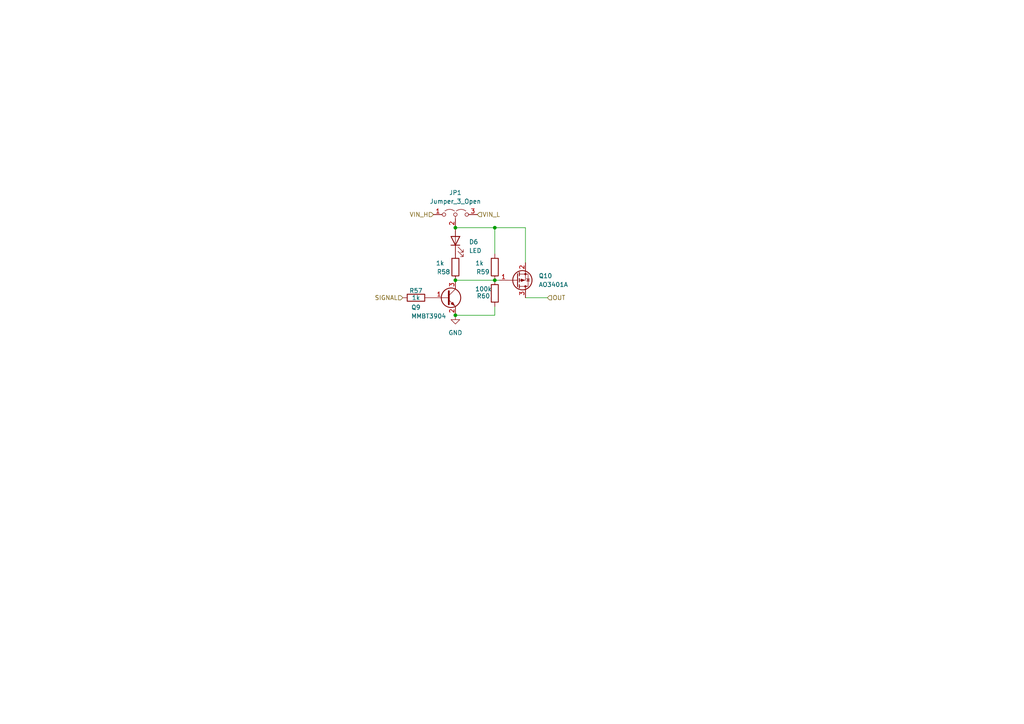
<source format=kicad_sch>
(kicad_sch (version 20250114) (generator "eeschema") (generator_version "9.0")
  (paper "A4")
  (lib_symbols
    (symbol "Device:LED" (pin_numbers (hide yes)) (pin_names (offset 1.016) (hide yes))
      (property "Reference" "D" (at 0 2.54 0))
      (property "Value" "LED" (at 0 -2.54 0))
      (symbol "LED_0_1"
        (polyline (pts (xy -3.048 -0.762) (xy -4.572 -2.286) (xy -3.81 -2.286) (xy -4.572 -2.286) (xy -4.572 -1.524)))
        (polyline (pts (xy -1.778 -0.762) (xy -3.302 -2.286) (xy -2.54 -2.286) (xy -3.302 -2.286) (xy -3.302 -1.524)))
        (polyline (pts (xy -1.27 0) (xy 1.27 0)))
        (polyline (pts (xy -1.27 -1.27) (xy -1.27 1.27)) (stroke (width 0.254)))
        (polyline (pts (xy 1.27 -1.27) (xy 1.27 1.27) (xy -1.27 0) (xy 1.27 -1.27)) (stroke (width 0.254)))
      )
      (symbol "LED_1_1"
        (pin passive line (at -3.81 0 0) (length 2.54) (name "K") (number "1"))
        (pin passive line (at 3.81 0 180) (length 2.54) (name "A") (number "2"))
      )
    )
    (symbol "Device:R" (pin_numbers (hide yes)) (pin_names (offset 0))
      (property "Reference" "R" (at 2.032 0 90))
      (property "Value" "R" (at 0 0 90))
      (symbol "R_0_1"
        (rectangle (start -1.016 -2.54) (end 1.016 2.54) (stroke (width 0.254)))
      )
      (symbol "R_1_1"
        (pin passive line (at 0 3.81 270) (length 1.27) (name "~") (number "1"))
        (pin passive line (at 0 -3.81 90) (length 1.27) (name "~") (number "2"))
      )
    )
    (symbol "Jumper:Jumper_3_Open" (pin_names (offset 0) (hide yes)) (exclude_from_sim yes) (in_bom no)
      (property "Reference" "JP" (at -2.54 -2.54 0))
      (property "Value" "Jumper_3_Open" (at 0 2.794 0))
      (symbol "Jumper_3_Open_0_0"
        (circle (center -3.302 0) (radius 0.508))
        (circle (center 0 0) (radius 0.508))
        (circle (center 3.302 0) (radius 0.508))
      )
      (symbol "Jumper_3_Open_0_1"
        (arc (start -3.048 1.016) (mid -1.651 1.4992) (end -0.254 1.016))
        (polyline (pts (xy 0 -0.508) (xy 0 -1.27)))
        (arc (start 0.254 1.016) (mid 1.651 1.4992) (end 3.048 1.016))
      )
      (symbol "Jumper_3_Open_1_1"
        (pin passive line (at -6.35 0 0) (length 2.54) (name "A") (number "1"))
        (pin passive line (at 0 -3.81 90) (length 2.54) (name "C") (number "2"))
        (pin passive line (at 6.35 0 180) (length 2.54) (name "B") (number "3"))
      )
    )
    (symbol "Transistor_BJT:MMBT3904" (pin_names (offset 0) (hide yes))
      (property "Reference" "Q" (at 5.08 1.905 0))
      (property "Value" "MMBT3904" (at 5.08 0 0))
      (symbol "MMBT3904_0_1"
        (polyline (pts (xy 0.635 1.905) (xy 0.635 -1.905) (xy 0.635 -1.905)) (stroke (width 0.508)))
        (polyline (pts (xy 0.635 0.635) (xy 2.54 2.54)))
        (polyline (pts (xy 0.635 -0.635) (xy 2.54 -2.54) (xy 2.54 -2.54)))
        (circle (center 1.27 0) (radius 2.8194) (stroke (width 0.254)))
        (polyline (pts (xy 1.27 -1.778) (xy 1.778 -1.27) (xy 2.286 -2.286) (xy 1.27 -1.778) (xy 1.27 -1.778)) (fill (type outline)))
      )
      (symbol "MMBT3904_1_1"
        (pin input line (at -5.08 0 0) (length 5.715) (name "B") (number "1"))
        (pin passive line (at 2.54 5.08 270) (length 2.54) (name "C") (number "3"))
        (pin passive line (at 2.54 -5.08 90) (length 2.54) (name "E") (number "2"))
      )
    )
    (symbol "Transistor_FET:AO3401A" (pin_names (hide yes))
      (property "Reference" "Q" (at 5.08 1.905 0))
      (property "Value" "AO3401A" (at 5.08 0 0))
      (symbol "AO3401A_0_1"
        (polyline (pts (xy 0.254 1.905) (xy 0.254 -1.905)) (stroke (width 0.254)))
        (polyline (pts (xy 0.254 0) (xy -2.54 0)))
        (polyline (pts (xy 0.762 2.286) (xy 0.762 1.27)) (stroke (width 0.254)))
        (polyline (pts (xy 0.762 1.778) (xy 3.302 1.778) (xy 3.302 -1.778) (xy 0.762 -1.778)))
        (polyline (pts (xy 0.762 0.508) (xy 0.762 -0.508)) (stroke (width 0.254)))
        (polyline (pts (xy 0.762 -1.27) (xy 0.762 -2.286)) (stroke (width 0.254)))
        (circle (center 1.651 0) (radius 2.794) (stroke (width 0.254)))
        (polyline (pts (xy 2.286 0) (xy 1.27 0.381) (xy 1.27 -0.381) (xy 2.286 0)) (fill (type outline)))
        (polyline (pts (xy 2.54 2.54) (xy 2.54 1.778)))
        (circle (center 2.54 1.778) (radius 0.254) (fill (type outline)))
        (circle (center 2.54 -1.778) (radius 0.254) (fill (type outline)))
        (polyline (pts (xy 2.54 -2.54) (xy 2.54 0) (xy 0.762 0)))
        (polyline (pts (xy 2.794 -0.508) (xy 2.921 -0.381) (xy 3.683 -0.381) (xy 3.81 -0.254)))
        (polyline (pts (xy 3.302 -0.381) (xy 2.921 0.254) (xy 3.683 0.254) (xy 3.302 -0.381)))
      )
      (symbol "AO3401A_1_1"
        (pin input line (at -5.08 0 0) (length 2.54) (name "G") (number "1"))
        (pin passive line (at 2.54 5.08 270) (length 2.54) (name "D") (number "3"))
        (pin passive line (at 2.54 -5.08 90) (length 2.54) (name "S") (number "2"))
      )
    )
    (symbol "power:GND" (power) (pin_numbers (hide yes)) (pin_names (offset 0) (hide yes))
      (property "Value" "GND" (at 0 -3.81 0))
      (symbol "GND_0_1"
        (polyline (pts (xy 0 0) (xy 0 -1.27) (xy 1.27 -1.27) (xy 0 -2.54) (xy -1.27 -1.27) (xy 0 -1.27)))
      )
      (symbol "GND_1_1"
        (pin power_in line (at 0 0 270) (length 0) (name "~") (number "1"))
      )
    )
  )
  (junction (at 132.08 81.28))
  (junction (at 143.51 66.04))
  (junction (at 143.51 81.28))
  (junction (at 132.08 66.04))
  (junction (at 132.08 91.44))
  (wire (pts (xy 132.08 81.28) (xy 143.51 81.28)))
  (wire (pts (xy 158.75 86.36) (xy 152.4 86.36)))
  (wire (pts (xy 143.51 91.44) (xy 132.08 91.44)))
  (wire (pts (xy 144.78 81.28) (xy 143.51 81.28)))
  (wire (pts (xy 143.51 66.04) (xy 143.51 73.66)))
  (wire (pts (xy 132.08 66.04) (xy 143.51 66.04)))
  (wire (pts (xy 143.51 88.9) (xy 143.51 91.44)))
  (wire (pts (xy 143.51 66.04) (xy 152.4 66.04)))
  (wire (pts (xy 152.4 76.2) (xy 152.4 66.04)))
  (hierarchical_label "VIN_H" (shape input) (at 125.73 62.23 180))
  (hierarchical_label "SIGNAL" (shape input) (at 116.84 86.36 180))
  (hierarchical_label "OUT" (shape input) (at 158.75 86.36 0))
  (hierarchical_label "VIN_L" (shape input) (at 138.43 62.23 0))
  (symbol (lib_id "Transistor_FET:AO3401A") (at 149.86 81.28 0) (mirror x) (unit 1)
    (property "Reference" "Q10" (at 156.21 80.0099 0) (effects (justify left)))
    (property "Value" "AO3401A" (at 156.21 82.5499 0) (effects (justify left)))
    (property "Footprint" "RMC_SOT:SOT-23" (effects (hide yes)))
    (property "Datasheet" "http://www.aosmd.com/pdfs/datasheet/AO3401A.pdf" (effects (hide yes)))
    (property "Description" "-4.0A Id, -30V Vds, P-Channel MOSFET, SOT-23" (effects (hide yes)))
    (instances (project "VCU V3.2" (path "" (reference "Q10") (unit 1)) (path "" (reference "Q12") (unit 1)) (path "" (reference "Q14") (unit 1))))
  )
  (symbol (lib_id "Device:R") (at 120.65 86.36 90) (mirror x) (unit 1)
    (property "Reference" "R57" (at 120.65 84.328 90))
    (property "Value" "1k" (at 120.65 86.36 90))
    (property "Footprint" "RMC_Resistor:R_0805_2012Metric_Pad1.20x1.40mm_HandSolder_L" (effects (hide yes)))
    (instances (project "VCU V3.2" (path "" (reference "R57") (unit 1)) (path "" (reference "R61") (unit 1)) (path "" (reference "R65") (unit 1))))
  )
  (symbol (lib_id "Device:R") (at 132.08 77.47 0) (unit 1)
    (property "Reference" "R58" (at 128.651 78.867 0))
    (property "Value" "1k" (at 127.635 76.327 0))
    (property "Footprint" "RMC_Resistor:R_0805_2012Metric_Pad1.20x1.40mm_HandSolder_L" (effects (hide yes)))
    (instances (project "VCU V3.2" (path "" (reference "R58") (unit 1)) (path "" (reference "R62") (unit 1)) (path "" (reference "R66") (unit 1))))
  )
  (symbol (lib_id "Device:LED") (at 132.08 69.85 90) (unit 1)
    (property "Reference" "D6" (at 136.017 70.1675 90) (effects (justify right)))
    (property "Value" "LED" (at 136.017 72.7075 90) (effects (justify right)))
    (property "Footprint" "RMC_LED:LED_0805_2012Metric_Pad1.45x1.40mm_HandSolder" (effects (hide yes)))
    (instances (project "VCU V3.2" (path "" (reference "D6") (unit 1)) (path "" (reference "D7") (unit 1)) (path "" (reference "D8") (unit 1))))
  )
  (symbol (lib_id "Jumper:Jumper_3_Open") (at 132.08 62.23 0) (unit 1) (exclude_from_sim yes) (in_bom no)
    (property "Reference" "JP1" (at 132.08 55.88 0))
    (property "Value" "Jumper_3_Open" (at 132.08 58.42 0))
    (property "Footprint" "Jumper:SolderJumper-3_P1.3mm_Open_Pad1.0x1.5mm" (effects (hide yes)))
    (property "Description" "Jumper, 3-pole, both open" (effects (hide yes)))
    (instances (project "" (path "" (reference "JP1") (unit 1)) (path "" (reference "JP2") (unit 1)) (path "" (reference "JP3") (unit 1))))
  )
  (symbol (lib_id "power:GND") (at 132.08 91.44 0) (unit 1)
    (property "Reference" "#PWR0101" (effects (hide yes)))
    (property "Value" "GND" (at 132.08 96.52 0))
    (property "Description" "Power symbol creates a global label with name \"GND\" , ground" (effects (hide yes)))
    (instances (project "VCU V3.2" (path "" (reference "#PWR0101") (unit 1)) (path "" (reference "#PWR0102") (unit 1)) (path "" (reference "#PWR0103") (unit 1))))
  )
  (symbol (lib_id "Transistor_BJT:MMBT3904") (at 129.54 86.36 0) (unit 1)
    (property "Reference" "Q9" (at 119.253 89.154 0) (effects (justify left)))
    (property "Value" "MMBT3904" (at 119.253 91.694 0) (effects (justify left)))
    (property "Footprint" "RMC_SOT:SOT-23" (effects (hide yes)))
    (property "Datasheet" "https://www.onsemi.com/pdf/datasheet/pzt3904-d.pdf" (effects (hide yes)))
    (instances (project "VCU V3.2" (path "" (reference "Q9") (unit 1)) (path "" (reference "Q11") (unit 1)) (path "" (reference "Q13") (unit 1))))
  )
  (symbol (lib_id "Device:R") (at 143.51 85.09 0) (unit 1)
    (property "Reference" "R60" (at 140.208 85.852 0))
    (property "Value" "100k" (at 140.208 83.82 0))
    (property "Footprint" "RMC_Resistor:R_0805_2012Metric_Pad1.20x1.40mm_HandSolder_L" (effects (hide yes)))
    (instances (project "VCU V3.2" (path "" (reference "R60") (unit 1)) (path "" (reference "R64") (unit 1)) (path "" (reference "R68") (unit 1))))
  )
  (symbol (lib_id "Device:R") (at 143.51 77.47 0) (unit 1)
    (property "Reference" "R59" (at 140.081 78.867 0))
    (property "Value" "1k" (at 139.065 76.327 0))
    (property "Footprint" "RMC_Resistor:R_0805_2012Metric_Pad1.20x1.40mm_HandSolder_L" (effects (hide yes)))
    (instances (project "VCU V3.2" (path "" (reference "R59") (unit 1)) (path "" (reference "R63") (unit 1)) (path "" (reference "R67") (unit 1))))
  )
)
</source>
